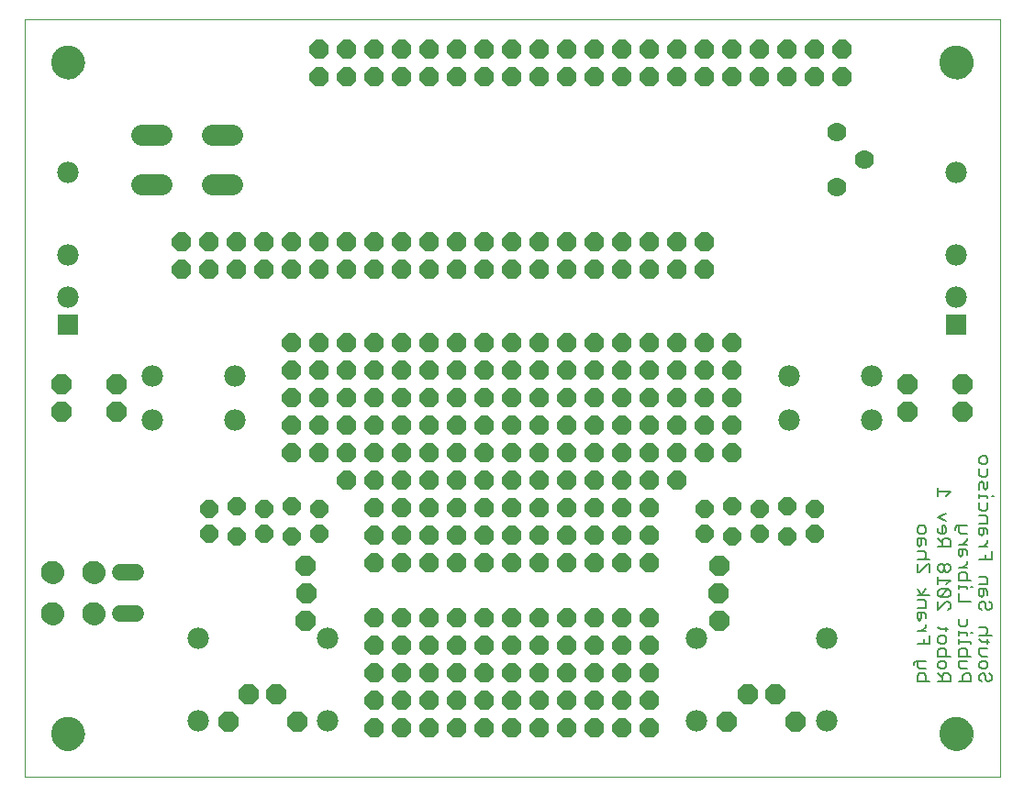
<source format=gbs>
G75*
G70*
%OFA0B0*%
%FSLAX24Y24*%
%IPPOS*%
%LPD*%
%AMOC8*
5,1,8,0,0,1.08239X$1,22.5*
%
%ADD10C,0.0000*%
%ADD11OC8,0.0634*%
%ADD12OC8,0.0740*%
%ADD13C,0.0780*%
%ADD14R,0.0780X0.0780*%
%ADD15OC8,0.0700*%
%ADD16C,0.0780*%
%ADD17C,0.0700*%
%ADD18C,0.0827*%
%ADD19C,0.0594*%
%ADD20C,0.0060*%
%ADD21C,0.1221*%
D10*
X000269Y000500D02*
X000269Y028059D01*
X035702Y028059D01*
X035702Y000500D01*
X000269Y000500D01*
X001253Y002075D02*
X001255Y002123D01*
X001261Y002171D01*
X001271Y002218D01*
X001284Y002264D01*
X001302Y002309D01*
X001322Y002353D01*
X001347Y002395D01*
X001375Y002434D01*
X001405Y002471D01*
X001439Y002505D01*
X001476Y002537D01*
X001514Y002566D01*
X001555Y002591D01*
X001598Y002613D01*
X001643Y002631D01*
X001689Y002645D01*
X001736Y002656D01*
X001784Y002663D01*
X001832Y002666D01*
X001880Y002665D01*
X001928Y002660D01*
X001976Y002651D01*
X002022Y002639D01*
X002067Y002622D01*
X002111Y002602D01*
X002153Y002579D01*
X002193Y002552D01*
X002231Y002522D01*
X002266Y002489D01*
X002298Y002453D01*
X002328Y002415D01*
X002354Y002374D01*
X002376Y002331D01*
X002396Y002287D01*
X002411Y002242D01*
X002423Y002195D01*
X002431Y002147D01*
X002435Y002099D01*
X002435Y002051D01*
X002431Y002003D01*
X002423Y001955D01*
X002411Y001908D01*
X002396Y001863D01*
X002376Y001819D01*
X002354Y001776D01*
X002328Y001735D01*
X002298Y001697D01*
X002266Y001661D01*
X002231Y001628D01*
X002193Y001598D01*
X002153Y001571D01*
X002111Y001548D01*
X002067Y001528D01*
X002022Y001511D01*
X001976Y001499D01*
X001928Y001490D01*
X001880Y001485D01*
X001832Y001484D01*
X001784Y001487D01*
X001736Y001494D01*
X001689Y001505D01*
X001643Y001519D01*
X001598Y001537D01*
X001555Y001559D01*
X001514Y001584D01*
X001476Y001613D01*
X001439Y001645D01*
X001405Y001679D01*
X001375Y001716D01*
X001347Y001755D01*
X001322Y001797D01*
X001302Y001841D01*
X001284Y001886D01*
X001271Y001932D01*
X001261Y001979D01*
X001255Y002027D01*
X001253Y002075D01*
X000898Y006443D02*
X000900Y006482D01*
X000906Y006521D01*
X000916Y006559D01*
X000929Y006596D01*
X000946Y006631D01*
X000966Y006665D01*
X000990Y006696D01*
X001017Y006725D01*
X001046Y006751D01*
X001078Y006774D01*
X001112Y006794D01*
X001148Y006810D01*
X001185Y006822D01*
X001224Y006831D01*
X001263Y006836D01*
X001302Y006837D01*
X001341Y006834D01*
X001380Y006827D01*
X001417Y006816D01*
X001454Y006802D01*
X001489Y006784D01*
X001522Y006763D01*
X001553Y006738D01*
X001581Y006711D01*
X001606Y006681D01*
X001628Y006648D01*
X001647Y006614D01*
X001662Y006578D01*
X001674Y006540D01*
X001682Y006502D01*
X001686Y006463D01*
X001686Y006423D01*
X001682Y006384D01*
X001674Y006346D01*
X001662Y006308D01*
X001647Y006272D01*
X001628Y006238D01*
X001606Y006205D01*
X001581Y006175D01*
X001553Y006148D01*
X001522Y006123D01*
X001489Y006102D01*
X001454Y006084D01*
X001417Y006070D01*
X001380Y006059D01*
X001341Y006052D01*
X001302Y006049D01*
X001263Y006050D01*
X001224Y006055D01*
X001185Y006064D01*
X001148Y006076D01*
X001112Y006092D01*
X001078Y006112D01*
X001046Y006135D01*
X001017Y006161D01*
X000990Y006190D01*
X000966Y006221D01*
X000946Y006255D01*
X000929Y006290D01*
X000916Y006327D01*
X000906Y006365D01*
X000900Y006404D01*
X000898Y006443D01*
X002398Y006443D02*
X002400Y006482D01*
X002406Y006521D01*
X002416Y006559D01*
X002429Y006596D01*
X002446Y006631D01*
X002466Y006665D01*
X002490Y006696D01*
X002517Y006725D01*
X002546Y006751D01*
X002578Y006774D01*
X002612Y006794D01*
X002648Y006810D01*
X002685Y006822D01*
X002724Y006831D01*
X002763Y006836D01*
X002802Y006837D01*
X002841Y006834D01*
X002880Y006827D01*
X002917Y006816D01*
X002954Y006802D01*
X002989Y006784D01*
X003022Y006763D01*
X003053Y006738D01*
X003081Y006711D01*
X003106Y006681D01*
X003128Y006648D01*
X003147Y006614D01*
X003162Y006578D01*
X003174Y006540D01*
X003182Y006502D01*
X003186Y006463D01*
X003186Y006423D01*
X003182Y006384D01*
X003174Y006346D01*
X003162Y006308D01*
X003147Y006272D01*
X003128Y006238D01*
X003106Y006205D01*
X003081Y006175D01*
X003053Y006148D01*
X003022Y006123D01*
X002989Y006102D01*
X002954Y006084D01*
X002917Y006070D01*
X002880Y006059D01*
X002841Y006052D01*
X002802Y006049D01*
X002763Y006050D01*
X002724Y006055D01*
X002685Y006064D01*
X002648Y006076D01*
X002612Y006092D01*
X002578Y006112D01*
X002546Y006135D01*
X002517Y006161D01*
X002490Y006190D01*
X002466Y006221D01*
X002446Y006255D01*
X002429Y006290D01*
X002416Y006327D01*
X002406Y006365D01*
X002400Y006404D01*
X002398Y006443D01*
X002398Y007943D02*
X002400Y007982D01*
X002406Y008021D01*
X002416Y008059D01*
X002429Y008096D01*
X002446Y008131D01*
X002466Y008165D01*
X002490Y008196D01*
X002517Y008225D01*
X002546Y008251D01*
X002578Y008274D01*
X002612Y008294D01*
X002648Y008310D01*
X002685Y008322D01*
X002724Y008331D01*
X002763Y008336D01*
X002802Y008337D01*
X002841Y008334D01*
X002880Y008327D01*
X002917Y008316D01*
X002954Y008302D01*
X002989Y008284D01*
X003022Y008263D01*
X003053Y008238D01*
X003081Y008211D01*
X003106Y008181D01*
X003128Y008148D01*
X003147Y008114D01*
X003162Y008078D01*
X003174Y008040D01*
X003182Y008002D01*
X003186Y007963D01*
X003186Y007923D01*
X003182Y007884D01*
X003174Y007846D01*
X003162Y007808D01*
X003147Y007772D01*
X003128Y007738D01*
X003106Y007705D01*
X003081Y007675D01*
X003053Y007648D01*
X003022Y007623D01*
X002989Y007602D01*
X002954Y007584D01*
X002917Y007570D01*
X002880Y007559D01*
X002841Y007552D01*
X002802Y007549D01*
X002763Y007550D01*
X002724Y007555D01*
X002685Y007564D01*
X002648Y007576D01*
X002612Y007592D01*
X002578Y007612D01*
X002546Y007635D01*
X002517Y007661D01*
X002490Y007690D01*
X002466Y007721D01*
X002446Y007755D01*
X002429Y007790D01*
X002416Y007827D01*
X002406Y007865D01*
X002400Y007904D01*
X002398Y007943D01*
X000898Y007943D02*
X000900Y007982D01*
X000906Y008021D01*
X000916Y008059D01*
X000929Y008096D01*
X000946Y008131D01*
X000966Y008165D01*
X000990Y008196D01*
X001017Y008225D01*
X001046Y008251D01*
X001078Y008274D01*
X001112Y008294D01*
X001148Y008310D01*
X001185Y008322D01*
X001224Y008331D01*
X001263Y008336D01*
X001302Y008337D01*
X001341Y008334D01*
X001380Y008327D01*
X001417Y008316D01*
X001454Y008302D01*
X001489Y008284D01*
X001522Y008263D01*
X001553Y008238D01*
X001581Y008211D01*
X001606Y008181D01*
X001628Y008148D01*
X001647Y008114D01*
X001662Y008078D01*
X001674Y008040D01*
X001682Y008002D01*
X001686Y007963D01*
X001686Y007923D01*
X001682Y007884D01*
X001674Y007846D01*
X001662Y007808D01*
X001647Y007772D01*
X001628Y007738D01*
X001606Y007705D01*
X001581Y007675D01*
X001553Y007648D01*
X001522Y007623D01*
X001489Y007602D01*
X001454Y007584D01*
X001417Y007570D01*
X001380Y007559D01*
X001341Y007552D01*
X001302Y007549D01*
X001263Y007550D01*
X001224Y007555D01*
X001185Y007564D01*
X001148Y007576D01*
X001112Y007592D01*
X001078Y007612D01*
X001046Y007635D01*
X001017Y007661D01*
X000990Y007690D01*
X000966Y007721D01*
X000946Y007755D01*
X000929Y007790D01*
X000916Y007827D01*
X000906Y007865D01*
X000900Y007904D01*
X000898Y007943D01*
X001253Y026484D02*
X001255Y026532D01*
X001261Y026580D01*
X001271Y026627D01*
X001284Y026673D01*
X001302Y026718D01*
X001322Y026762D01*
X001347Y026804D01*
X001375Y026843D01*
X001405Y026880D01*
X001439Y026914D01*
X001476Y026946D01*
X001514Y026975D01*
X001555Y027000D01*
X001598Y027022D01*
X001643Y027040D01*
X001689Y027054D01*
X001736Y027065D01*
X001784Y027072D01*
X001832Y027075D01*
X001880Y027074D01*
X001928Y027069D01*
X001976Y027060D01*
X002022Y027048D01*
X002067Y027031D01*
X002111Y027011D01*
X002153Y026988D01*
X002193Y026961D01*
X002231Y026931D01*
X002266Y026898D01*
X002298Y026862D01*
X002328Y026824D01*
X002354Y026783D01*
X002376Y026740D01*
X002396Y026696D01*
X002411Y026651D01*
X002423Y026604D01*
X002431Y026556D01*
X002435Y026508D01*
X002435Y026460D01*
X002431Y026412D01*
X002423Y026364D01*
X002411Y026317D01*
X002396Y026272D01*
X002376Y026228D01*
X002354Y026185D01*
X002328Y026144D01*
X002298Y026106D01*
X002266Y026070D01*
X002231Y026037D01*
X002193Y026007D01*
X002153Y025980D01*
X002111Y025957D01*
X002067Y025937D01*
X002022Y025920D01*
X001976Y025908D01*
X001928Y025899D01*
X001880Y025894D01*
X001832Y025893D01*
X001784Y025896D01*
X001736Y025903D01*
X001689Y025914D01*
X001643Y025928D01*
X001598Y025946D01*
X001555Y025968D01*
X001514Y025993D01*
X001476Y026022D01*
X001439Y026054D01*
X001405Y026088D01*
X001375Y026125D01*
X001347Y026164D01*
X001322Y026206D01*
X001302Y026250D01*
X001284Y026295D01*
X001271Y026341D01*
X001261Y026388D01*
X001255Y026436D01*
X001253Y026484D01*
X033536Y026484D02*
X033538Y026532D01*
X033544Y026580D01*
X033554Y026627D01*
X033567Y026673D01*
X033585Y026718D01*
X033605Y026762D01*
X033630Y026804D01*
X033658Y026843D01*
X033688Y026880D01*
X033722Y026914D01*
X033759Y026946D01*
X033797Y026975D01*
X033838Y027000D01*
X033881Y027022D01*
X033926Y027040D01*
X033972Y027054D01*
X034019Y027065D01*
X034067Y027072D01*
X034115Y027075D01*
X034163Y027074D01*
X034211Y027069D01*
X034259Y027060D01*
X034305Y027048D01*
X034350Y027031D01*
X034394Y027011D01*
X034436Y026988D01*
X034476Y026961D01*
X034514Y026931D01*
X034549Y026898D01*
X034581Y026862D01*
X034611Y026824D01*
X034637Y026783D01*
X034659Y026740D01*
X034679Y026696D01*
X034694Y026651D01*
X034706Y026604D01*
X034714Y026556D01*
X034718Y026508D01*
X034718Y026460D01*
X034714Y026412D01*
X034706Y026364D01*
X034694Y026317D01*
X034679Y026272D01*
X034659Y026228D01*
X034637Y026185D01*
X034611Y026144D01*
X034581Y026106D01*
X034549Y026070D01*
X034514Y026037D01*
X034476Y026007D01*
X034436Y025980D01*
X034394Y025957D01*
X034350Y025937D01*
X034305Y025920D01*
X034259Y025908D01*
X034211Y025899D01*
X034163Y025894D01*
X034115Y025893D01*
X034067Y025896D01*
X034019Y025903D01*
X033972Y025914D01*
X033926Y025928D01*
X033881Y025946D01*
X033838Y025968D01*
X033797Y025993D01*
X033759Y026022D01*
X033722Y026054D01*
X033688Y026088D01*
X033658Y026125D01*
X033630Y026164D01*
X033605Y026206D01*
X033585Y026250D01*
X033567Y026295D01*
X033554Y026341D01*
X033544Y026388D01*
X033538Y026436D01*
X033536Y026484D01*
X033536Y002075D02*
X033538Y002123D01*
X033544Y002171D01*
X033554Y002218D01*
X033567Y002264D01*
X033585Y002309D01*
X033605Y002353D01*
X033630Y002395D01*
X033658Y002434D01*
X033688Y002471D01*
X033722Y002505D01*
X033759Y002537D01*
X033797Y002566D01*
X033838Y002591D01*
X033881Y002613D01*
X033926Y002631D01*
X033972Y002645D01*
X034019Y002656D01*
X034067Y002663D01*
X034115Y002666D01*
X034163Y002665D01*
X034211Y002660D01*
X034259Y002651D01*
X034305Y002639D01*
X034350Y002622D01*
X034394Y002602D01*
X034436Y002579D01*
X034476Y002552D01*
X034514Y002522D01*
X034549Y002489D01*
X034581Y002453D01*
X034611Y002415D01*
X034637Y002374D01*
X034659Y002331D01*
X034679Y002287D01*
X034694Y002242D01*
X034706Y002195D01*
X034714Y002147D01*
X034718Y002099D01*
X034718Y002051D01*
X034714Y002003D01*
X034706Y001955D01*
X034694Y001908D01*
X034679Y001863D01*
X034659Y001819D01*
X034637Y001776D01*
X034611Y001735D01*
X034581Y001697D01*
X034549Y001661D01*
X034514Y001628D01*
X034476Y001598D01*
X034436Y001571D01*
X034394Y001548D01*
X034350Y001528D01*
X034305Y001511D01*
X034259Y001499D01*
X034211Y001490D01*
X034163Y001485D01*
X034115Y001484D01*
X034067Y001487D01*
X034019Y001494D01*
X033972Y001505D01*
X033926Y001519D01*
X033881Y001537D01*
X033838Y001559D01*
X033797Y001584D01*
X033759Y001613D01*
X033722Y001645D01*
X033688Y001679D01*
X033658Y001716D01*
X033630Y001755D01*
X033605Y001797D01*
X033585Y001841D01*
X033567Y001886D01*
X033554Y001932D01*
X033544Y001979D01*
X033538Y002027D01*
X033536Y002075D01*
D11*
X028985Y009341D03*
X027985Y009241D03*
X026985Y009341D03*
X025985Y009241D03*
X024985Y009341D03*
X024985Y010241D03*
X025985Y010341D03*
X026985Y010241D03*
X027985Y010341D03*
X028985Y010241D03*
X010985Y010241D03*
X009985Y010341D03*
X008985Y010241D03*
X007985Y010341D03*
X006985Y010241D03*
X006985Y009341D03*
X007985Y009241D03*
X008985Y009341D03*
X009985Y009241D03*
X010985Y009341D03*
D12*
X010480Y008193D03*
X010530Y007193D03*
X010480Y006193D03*
X009430Y003500D03*
X008430Y003500D03*
X007680Y002500D03*
X010180Y002500D03*
X003631Y013780D03*
X003631Y014780D03*
X001631Y014780D03*
X001631Y013780D03*
X025530Y008193D03*
X025480Y007193D03*
X025530Y006193D03*
X026540Y003500D03*
X027540Y003500D03*
X028290Y002500D03*
X025790Y002500D03*
X032340Y013780D03*
X032340Y014780D03*
X034340Y014780D03*
X034340Y013780D03*
D13*
X031060Y013492D03*
X031060Y015067D03*
X028060Y015067D03*
X028060Y013492D03*
X034127Y017929D03*
X034127Y019472D03*
X034127Y022472D03*
X029403Y005543D03*
X029403Y002543D03*
X024678Y002543D03*
X024678Y005543D03*
X011292Y005543D03*
X011292Y002543D03*
X006568Y002543D03*
X006568Y005543D03*
X007911Y013492D03*
X007911Y015067D03*
X004911Y015067D03*
X004911Y013492D03*
X001844Y017929D03*
X001844Y019472D03*
X001844Y022472D03*
D14*
X001844Y016929D03*
X034127Y016929D03*
D15*
X025985Y016280D03*
X024985Y016280D03*
X023985Y016280D03*
X022985Y016280D03*
X021985Y016280D03*
X020985Y016280D03*
X019985Y016280D03*
X018985Y016280D03*
X017985Y016280D03*
X016985Y016280D03*
X015985Y016280D03*
X014985Y016280D03*
X013985Y016280D03*
X012985Y016280D03*
X011985Y016280D03*
X010985Y016280D03*
X009985Y016280D03*
X009985Y015280D03*
X010985Y015280D03*
X011985Y015280D03*
X012985Y015280D03*
X013985Y015280D03*
X014985Y015280D03*
X015985Y015280D03*
X016985Y015280D03*
X017985Y015280D03*
X018985Y015280D03*
X019985Y015280D03*
X020985Y015280D03*
X021985Y015280D03*
X022985Y015280D03*
X023985Y015280D03*
X024985Y015280D03*
X025985Y015280D03*
X025985Y014280D03*
X024985Y014280D03*
X023985Y014280D03*
X022985Y014280D03*
X021985Y014280D03*
X020985Y014280D03*
X019985Y014280D03*
X018985Y014280D03*
X017985Y014280D03*
X016985Y014280D03*
X015985Y014280D03*
X014985Y014280D03*
X013985Y014280D03*
X012985Y014280D03*
X011985Y014280D03*
X010985Y014280D03*
X009985Y014280D03*
X009985Y013280D03*
X010985Y013280D03*
X011985Y013280D03*
X012985Y013280D03*
X013985Y013280D03*
X014985Y013280D03*
X015985Y013280D03*
X016985Y013280D03*
X017985Y013280D03*
X018985Y013280D03*
X019985Y013280D03*
X020985Y013280D03*
X021985Y013280D03*
X022985Y013280D03*
X023985Y013280D03*
X024985Y013280D03*
X025985Y013280D03*
X025985Y012280D03*
X024985Y012280D03*
X023985Y012280D03*
X022985Y012280D03*
X021985Y012280D03*
X020985Y012280D03*
X019985Y012280D03*
X018985Y012280D03*
X017985Y012280D03*
X016985Y012280D03*
X015985Y012280D03*
X014985Y012280D03*
X013985Y012280D03*
X012985Y012280D03*
X011985Y012280D03*
X010985Y012280D03*
X009985Y012280D03*
X011985Y011280D03*
X012985Y011280D03*
X013985Y011280D03*
X014985Y011280D03*
X015985Y011280D03*
X016985Y011280D03*
X017985Y011280D03*
X018985Y011280D03*
X019985Y011280D03*
X020985Y011280D03*
X021985Y011280D03*
X022985Y011280D03*
X023985Y011280D03*
X022985Y010280D03*
X021985Y010280D03*
X020985Y010280D03*
X019985Y010280D03*
X018985Y010280D03*
X017985Y010280D03*
X016985Y010280D03*
X015985Y010280D03*
X014985Y010280D03*
X013985Y010280D03*
X012985Y010280D03*
X012985Y009280D03*
X013985Y009280D03*
X014985Y009280D03*
X015985Y009280D03*
X016985Y009280D03*
X017985Y009280D03*
X018985Y009280D03*
X019985Y009280D03*
X020985Y009280D03*
X021985Y009280D03*
X022985Y009280D03*
X022985Y008280D03*
X021985Y008280D03*
X020985Y008280D03*
X019985Y008280D03*
X018985Y008280D03*
X017985Y008280D03*
X016985Y008280D03*
X015985Y008280D03*
X014985Y008280D03*
X013985Y008280D03*
X012985Y008280D03*
X012985Y006280D03*
X013985Y006280D03*
X014985Y006280D03*
X015985Y006280D03*
X016985Y006280D03*
X017985Y006280D03*
X018985Y006280D03*
X019985Y006280D03*
X020985Y006280D03*
X021985Y006280D03*
X022985Y006280D03*
X022985Y005280D03*
X021985Y005280D03*
X020985Y005280D03*
X019985Y005280D03*
X018985Y005280D03*
X017985Y005280D03*
X016985Y005280D03*
X015985Y005280D03*
X014985Y005280D03*
X013985Y005280D03*
X012985Y005280D03*
X012985Y004280D03*
X013985Y004280D03*
X014985Y004280D03*
X015985Y004280D03*
X016985Y004280D03*
X017985Y004280D03*
X018985Y004280D03*
X019985Y004280D03*
X020985Y004280D03*
X021985Y004280D03*
X022985Y004280D03*
X022985Y003280D03*
X021985Y003280D03*
X020985Y003280D03*
X019985Y003280D03*
X018985Y003280D03*
X017985Y003280D03*
X016985Y003280D03*
X015985Y003280D03*
X014985Y003280D03*
X013985Y003280D03*
X012985Y003280D03*
X012985Y002280D03*
X013985Y002280D03*
X014985Y002280D03*
X015985Y002280D03*
X016985Y002280D03*
X017985Y002280D03*
X018985Y002280D03*
X019985Y002280D03*
X020985Y002280D03*
X021985Y002280D03*
X022985Y002280D03*
X022993Y018949D03*
X021993Y018949D03*
X020993Y018949D03*
X019993Y018949D03*
X018993Y018949D03*
X017993Y018949D03*
X016993Y018949D03*
X015993Y018949D03*
X014993Y018949D03*
X013993Y018949D03*
X012993Y018949D03*
X011993Y018949D03*
X010993Y018949D03*
X009993Y018949D03*
X008993Y018949D03*
X007993Y018949D03*
X006993Y018949D03*
X005993Y018949D03*
X005993Y019949D03*
X006993Y019949D03*
X007993Y019949D03*
X008993Y019949D03*
X009993Y019949D03*
X010985Y019941D03*
X011985Y019941D03*
X012985Y019941D03*
X013985Y019941D03*
X014985Y019941D03*
X015985Y019941D03*
X016985Y019941D03*
X017985Y019941D03*
X018985Y019941D03*
X019985Y019941D03*
X020985Y019941D03*
X021985Y019941D03*
X022985Y019941D03*
X023985Y019941D03*
X024985Y019941D03*
X024993Y018949D03*
X023993Y018949D03*
X023985Y025941D03*
X022985Y025941D03*
X021985Y025941D03*
X020985Y025941D03*
X019985Y025941D03*
X018985Y025941D03*
X017985Y025941D03*
X016985Y025941D03*
X015985Y025941D03*
X014985Y025941D03*
X013985Y025941D03*
X012985Y025941D03*
X011985Y025941D03*
X010985Y025941D03*
X010977Y026933D03*
X011977Y026933D03*
X012977Y026933D03*
X013977Y026933D03*
X014977Y026933D03*
X015977Y026933D03*
X016977Y026933D03*
X017977Y026933D03*
X018977Y026933D03*
X019977Y026933D03*
X020977Y026933D03*
X021977Y026933D03*
X022977Y026933D03*
X023977Y026933D03*
X024977Y026933D03*
X025977Y026933D03*
X026977Y026933D03*
X027977Y026933D03*
X028977Y026933D03*
X029977Y026933D03*
X029977Y025933D03*
X028977Y025933D03*
X027977Y025933D03*
X026977Y025933D03*
X025977Y025933D03*
X024985Y025941D03*
D16*
X007824Y023831D02*
X007084Y023831D01*
X005264Y023831D02*
X004524Y023831D01*
X004524Y022051D02*
X005264Y022051D01*
X007084Y022051D02*
X007824Y022051D01*
D17*
X029796Y021941D03*
X030796Y022941D03*
X029796Y023941D03*
D18*
X002792Y007943D03*
X001292Y007943D03*
X001292Y006443D03*
X002792Y006443D03*
D19*
X003765Y006443D02*
X004320Y006443D01*
X004320Y007943D02*
X003765Y007943D01*
D20*
X032714Y007959D02*
X032714Y008253D01*
X032714Y008419D02*
X033155Y008419D01*
X033008Y008493D02*
X033008Y008640D01*
X032934Y008713D01*
X032714Y008713D01*
X032788Y008880D02*
X032714Y008953D01*
X032714Y009173D01*
X032934Y009173D01*
X033008Y009100D01*
X033008Y008953D01*
X032861Y008953D02*
X032861Y009173D01*
X032934Y009340D02*
X032788Y009340D01*
X032714Y009414D01*
X032714Y009560D01*
X032788Y009634D01*
X032934Y009634D01*
X033008Y009560D01*
X033008Y009414D01*
X032934Y009340D01*
X032861Y008953D02*
X032788Y008880D01*
X033008Y008493D02*
X032934Y008419D01*
X033081Y008253D02*
X032788Y007959D01*
X032714Y007959D01*
X033081Y008253D02*
X033155Y008253D01*
X033155Y007959D01*
X033464Y008032D02*
X033538Y007959D01*
X033611Y007959D01*
X033684Y008032D01*
X033684Y008179D01*
X033611Y008253D01*
X033538Y008253D01*
X033464Y008179D01*
X033464Y008032D01*
X033684Y008032D02*
X033758Y007959D01*
X033831Y007959D01*
X033905Y008032D01*
X033905Y008179D01*
X033831Y008253D01*
X033758Y008253D01*
X033684Y008179D01*
X033464Y007792D02*
X033464Y007499D01*
X033464Y007645D02*
X033905Y007645D01*
X033758Y007499D01*
X033831Y007332D02*
X033538Y007332D01*
X033464Y007258D01*
X033464Y007112D01*
X033538Y007038D01*
X033831Y007332D01*
X033905Y007258D01*
X033905Y007112D01*
X033831Y007038D01*
X033538Y007038D01*
X033464Y006871D02*
X033464Y006578D01*
X033758Y006871D01*
X033831Y006871D01*
X033905Y006798D01*
X033905Y006651D01*
X033831Y006578D01*
X034214Y006885D02*
X034214Y007178D01*
X034214Y007345D02*
X034214Y007492D01*
X034214Y007419D02*
X034508Y007419D01*
X034508Y007345D01*
X034655Y007419D02*
X034728Y007419D01*
X034655Y007652D02*
X034214Y007652D01*
X034214Y007872D01*
X034288Y007946D01*
X034434Y007946D01*
X034508Y007872D01*
X034508Y007652D01*
X034508Y008113D02*
X034214Y008113D01*
X034361Y008113D02*
X034508Y008259D01*
X034508Y008333D01*
X034508Y008570D02*
X034508Y008716D01*
X034434Y008790D01*
X034214Y008790D01*
X034214Y008570D01*
X034288Y008496D01*
X034361Y008570D01*
X034361Y008790D01*
X034361Y008957D02*
X034508Y009103D01*
X034508Y009177D01*
X034508Y009340D02*
X034288Y009340D01*
X034214Y009414D01*
X034214Y009634D01*
X034141Y009634D02*
X034508Y009634D01*
X034141Y009634D02*
X034067Y009560D01*
X034067Y009487D01*
X033758Y009414D02*
X033684Y009340D01*
X033538Y009340D01*
X033464Y009414D01*
X033464Y009560D01*
X033611Y009634D02*
X033611Y009340D01*
X033758Y009414D02*
X033758Y009560D01*
X033684Y009634D01*
X033611Y009634D01*
X033758Y009801D02*
X033464Y009947D01*
X033758Y010094D01*
X033758Y010721D02*
X033905Y010868D01*
X033464Y010868D01*
X033464Y010721D02*
X033464Y011015D01*
X034964Y010952D02*
X034964Y011172D01*
X035038Y011245D01*
X035111Y011172D01*
X035111Y011025D01*
X035184Y010952D01*
X035258Y011025D01*
X035258Y011245D01*
X035184Y011412D02*
X035038Y011412D01*
X034964Y011485D01*
X034964Y011706D01*
X035038Y011872D02*
X034964Y011946D01*
X034964Y012093D01*
X035038Y012166D01*
X035184Y012166D01*
X035258Y012093D01*
X035258Y011946D01*
X035184Y011872D01*
X035038Y011872D01*
X035258Y011706D02*
X035258Y011485D01*
X035184Y011412D01*
X034964Y010791D02*
X034964Y010645D01*
X034964Y010718D02*
X035258Y010718D01*
X035258Y010645D01*
X035405Y010718D02*
X035478Y010718D01*
X035258Y010478D02*
X035258Y010258D01*
X035184Y010184D01*
X035038Y010184D01*
X034964Y010258D01*
X034964Y010478D01*
X034964Y010017D02*
X035184Y010017D01*
X035258Y009944D01*
X035258Y009724D01*
X034964Y009724D01*
X034964Y009557D02*
X034964Y009337D01*
X035038Y009263D01*
X035111Y009337D01*
X035111Y009557D01*
X035184Y009557D02*
X034964Y009557D01*
X035184Y009557D02*
X035258Y009484D01*
X035258Y009337D01*
X035258Y009100D02*
X035258Y009027D01*
X035111Y008880D01*
X034964Y008880D02*
X035258Y008880D01*
X035405Y008713D02*
X035405Y008419D01*
X034964Y008419D01*
X035184Y008419D02*
X035184Y008566D01*
X034508Y008957D02*
X034214Y008957D01*
X033905Y008880D02*
X033905Y009100D01*
X033831Y009173D01*
X033684Y009173D01*
X033611Y009100D01*
X033611Y008880D01*
X033611Y009027D02*
X033464Y009173D01*
X033464Y008880D02*
X033905Y008880D01*
X034964Y007792D02*
X035184Y007792D01*
X035258Y007719D01*
X035258Y007499D01*
X034964Y007499D01*
X034964Y007332D02*
X034964Y007112D01*
X035038Y007038D01*
X035111Y007112D01*
X035111Y007332D01*
X035184Y007332D02*
X034964Y007332D01*
X035184Y007332D02*
X035258Y007258D01*
X035258Y007112D01*
X035331Y006871D02*
X035405Y006798D01*
X035405Y006651D01*
X035331Y006578D01*
X035258Y006578D01*
X035184Y006651D01*
X035184Y006798D01*
X035111Y006871D01*
X035038Y006871D01*
X034964Y006798D01*
X034964Y006651D01*
X035038Y006578D01*
X034655Y006885D02*
X034214Y006885D01*
X034214Y006258D02*
X034214Y006037D01*
X034288Y005964D01*
X034434Y005964D01*
X034508Y006037D01*
X034508Y006258D01*
X034508Y005730D02*
X034214Y005730D01*
X034214Y005657D02*
X034214Y005804D01*
X034508Y005730D02*
X034508Y005657D01*
X034655Y005730D02*
X034728Y005730D01*
X034964Y005657D02*
X035405Y005657D01*
X035258Y005730D02*
X035258Y005877D01*
X035184Y005951D01*
X034964Y005951D01*
X035184Y005657D02*
X035258Y005730D01*
X035258Y005497D02*
X035258Y005350D01*
X035331Y005424D02*
X035038Y005424D01*
X034964Y005497D01*
X034964Y005183D02*
X035258Y005183D01*
X035258Y004890D02*
X035038Y004890D01*
X034964Y004963D01*
X034964Y005183D01*
X034655Y005350D02*
X034655Y005424D01*
X034214Y005424D01*
X034214Y005497D02*
X034214Y005350D01*
X034288Y005183D02*
X034434Y005183D01*
X034508Y005110D01*
X034508Y004890D01*
X034655Y004890D02*
X034214Y004890D01*
X034214Y005110D01*
X034288Y005183D01*
X033905Y004890D02*
X033464Y004890D01*
X033464Y005110D01*
X033538Y005183D01*
X033684Y005183D01*
X033758Y005110D01*
X033758Y004890D01*
X033684Y004723D02*
X033758Y004650D01*
X033758Y004503D01*
X033684Y004429D01*
X033538Y004429D01*
X033464Y004503D01*
X033464Y004650D01*
X033538Y004723D01*
X033684Y004723D01*
X033684Y004263D02*
X033611Y004189D01*
X033611Y003969D01*
X033611Y004116D02*
X033464Y004263D01*
X033684Y004263D02*
X033831Y004263D01*
X033905Y004189D01*
X033905Y003969D01*
X033464Y003969D01*
X033155Y003969D02*
X032714Y003969D01*
X032714Y004189D01*
X032788Y004263D01*
X032934Y004263D01*
X033008Y004189D01*
X033008Y003969D01*
X033008Y004429D02*
X032788Y004429D01*
X032714Y004503D01*
X032714Y004723D01*
X032641Y004723D02*
X032567Y004650D01*
X032567Y004576D01*
X032641Y004723D02*
X033008Y004723D01*
X032934Y005350D02*
X032934Y005497D01*
X032714Y005350D02*
X033155Y005350D01*
X033155Y005644D01*
X033008Y005811D02*
X032714Y005811D01*
X032861Y005811D02*
X033008Y005957D01*
X033008Y006031D01*
X033008Y006268D02*
X033008Y006414D01*
X032934Y006488D01*
X032714Y006488D01*
X032714Y006268D01*
X032788Y006194D01*
X032861Y006268D01*
X032861Y006488D01*
X032714Y006655D02*
X033008Y006655D01*
X033008Y006875D01*
X032934Y006948D01*
X032714Y006948D01*
X032714Y007115D02*
X033155Y007115D01*
X033008Y007335D02*
X032861Y007115D01*
X032714Y007335D01*
X033464Y005957D02*
X033538Y005884D01*
X033831Y005884D01*
X033758Y005811D02*
X033758Y005957D01*
X033684Y005644D02*
X033758Y005570D01*
X033758Y005424D01*
X033684Y005350D01*
X033538Y005350D01*
X033464Y005424D01*
X033464Y005570D01*
X033538Y005644D01*
X033684Y005644D01*
X034214Y004723D02*
X034508Y004723D01*
X034508Y004429D02*
X034288Y004429D01*
X034214Y004503D01*
X034214Y004723D01*
X034434Y004263D02*
X034361Y004189D01*
X034361Y003969D01*
X034214Y003969D02*
X034655Y003969D01*
X034655Y004189D01*
X034581Y004263D01*
X034434Y004263D01*
X034964Y004189D02*
X034964Y004042D01*
X035038Y003969D01*
X035184Y004042D02*
X035184Y004189D01*
X035111Y004263D01*
X035038Y004263D01*
X034964Y004189D01*
X035038Y004429D02*
X034964Y004503D01*
X034964Y004650D01*
X035038Y004723D01*
X035184Y004723D01*
X035258Y004650D01*
X035258Y004503D01*
X035184Y004429D01*
X035038Y004429D01*
X035331Y004263D02*
X035405Y004189D01*
X035405Y004042D01*
X035331Y003969D01*
X035258Y003969D01*
X035184Y004042D01*
D21*
X034127Y002075D03*
X034127Y026484D03*
X001844Y026484D03*
X001844Y002075D03*
M02*

</source>
